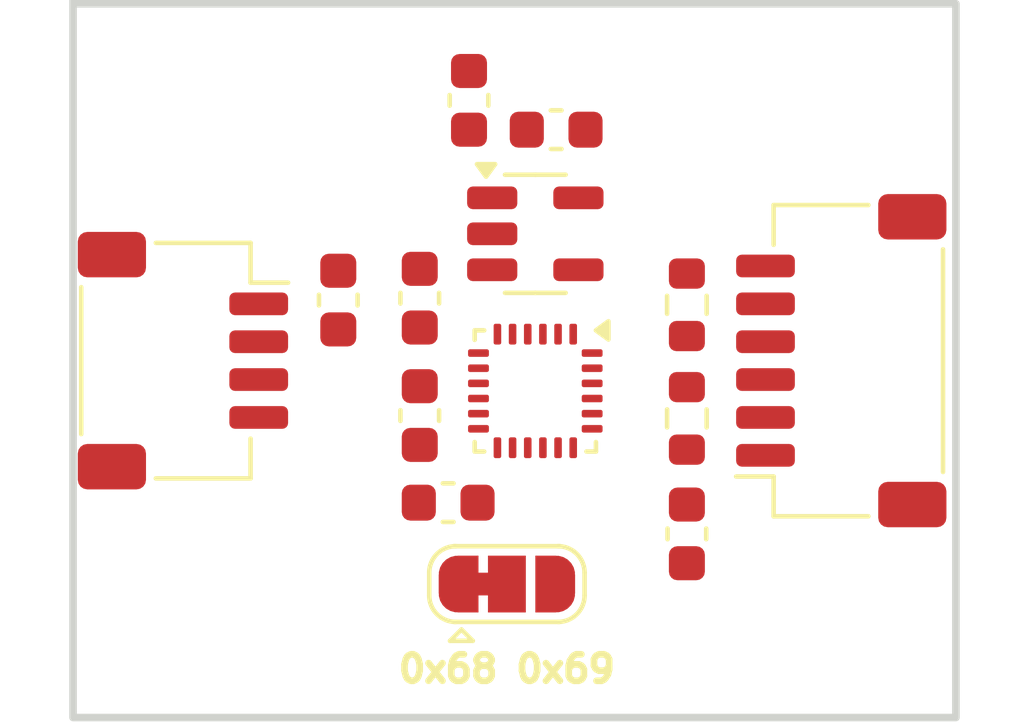
<source format=kicad_pcb>
(kicad_pcb (version 20241229) (generator "pcbnew") (generator_version "9.0")
  (layers (0 "F.Cu" signal) (2 "B.Cu" signal) (13 "F.Paste" user) (15 "B.Paste" user) (5 "F.SilkS" user "F.Silkscreen") (7 "B.SilkS" user "B.Silkscreen") (1 "F.Mask" user) (3 "B.Mask" user) (25 "Edge.Cuts" user))
  (net 0 "")
  (net 1 "+3V3")
  (net 2 "Earth")
  (net 3 "+1V8")
  (net 4 "Net-(U1-REGOUT)")
  (net 5 "/SDA")
  (net 6 "/SCL")
  (net 7 "/INT1")
  (net 8 "/INT2")
  (net 9 "/AD0")
  (footprint "" (layer "F.Cu") (at 153.595 77.375)
    (property "Reference" "" (hide yes))
    (property "Value" "")
    (pad "" np_thru_hole circle (at 0 0) (size 2.2 2.2) (drill 2.2) (layers "*.Cu" "*.Mask"))
  )
  (footprint "" (layer "F.Cu") (at 153.595 63.925)
    (property "Reference" "" (hide yes))
    (property "Value" "")
    (pad "" np_thru_hole circle (at 0 0) (size 2.2 2.2) (drill 2.2) (layers "*.Cu" "*.Mask"))
  )
  (footprint "Sensor_Motion:InvenSense_QFN-24_3x3mm_P0.4mm" (layer "F.Cu") (at 163.45 71.45 -90)
    (property "Reference" "U1" (hide yes))
    (property "Value" "ICM-20948")
    (fp_line (start -1.6 1.6) (end -1.35 1.6) (stroke (width 0.12)) (layer "F.SilkS"))
    (fp_line (start -1.6 1.6) (end -1.6 1.35) (stroke (width 0.12)) (layer "F.SilkS"))
    (fp_line (start 1.6 1.6) (end 1.35 1.6) (stroke (width 0.12)) (layer "F.SilkS"))
    (fp_line (start 1.6 1.6) (end 1.6 1.35) (stroke (width 0.12)) (layer "F.SilkS"))
    (fp_line (start 1.6 -1.6) (end 1.6 -1.35) (stroke (width 0.12)) (layer "F.SilkS"))
    (fp_line (start 1.6 -1.6) (end 1.35 -1.6) (stroke (width 0.12)) (layer "F.SilkS"))
    (fp_poly (pts (xy -1.6 -1.6) (xy -1.84 -1.93) (xy -1.36 -1.93) (xy -1.6 -1.6)) (stroke (width 0.12)) (fill yes) (layer "F.SilkS"))
    (pad "1" smd roundrect (at -1.5 -1 270) (size 0.55 0.2) (layers "F.Cu" "F.Mask" "F.Paste"))
    (pad "2" smd roundrect (at -1.5 -0.6 270) (size 0.55 0.2) (layers "F.Cu" "F.Mask" "F.Paste"))
    (pad "3" smd roundrect (at -1.5 -0.2 270) (size 0.55 0.2) (layers "F.Cu" "F.Mask" "F.Paste"))
    (pad "4" smd roundrect (at -1.5 0.2 270) (size 0.55 0.2) (layers "F.Cu" "F.Mask" "F.Paste"))
    (pad "5" smd roundrect (at -1.5 0.6 270) (size 0.55 0.2) (layers "F.Cu" "F.Mask" "F.Paste"))
    (pad "6" smd roundrect (at -1.5 1 270) (size 0.55 0.2) (layers "F.Cu" "F.Mask" "F.Paste"))
    (pad "7" smd roundrect (at -1 1.5) (size 0.55 0.2) (layers "F.Cu" "F.Mask" "F.Paste"))
    (pad "8" smd roundrect (at -0.6 1.5) (size 0.55 0.2) (layers "F.Cu" "F.Mask" "F.Paste") (net 3 "+1V8"))
    (pad "9" smd roundrect (at -0.2 1.5) (size 0.55 0.2) (layers "F.Cu" "F.Mask" "F.Paste") (net 9 "/AD0"))
    (pad "10" smd roundrect (at 0.2 1.5) (size 0.55 0.2) (layers "F.Cu" "F.Mask" "F.Paste") (net 4 "Net-(U1-REGOUT)"))
    (pad "11" smd roundrect (at 0.6 1.5) (size 0.55 0.2) (layers "F.Cu" "F.Mask" "F.Paste") (net 2 "Earth"))
    (pad "12" smd roundrect (at 1 1.5) (size 0.55 0.2) (layers "F.Cu" "F.Mask" "F.Paste") (net 7 "/INT1"))
    (pad "13" smd roundrect (at 1.5 1 270) (size 0.55 0.2) (layers "F.Cu" "F.Mask" "F.Paste") (net 1 "+3V3"))
    (pad "14" smd roundrect (at 1.5 0.6 270) (size 0.55 0.2) (layers "F.Cu" "F.Mask" "F.Paste"))
    (pad "15" smd roundrect (at 1.5 0.2 270) (size 0.55 0.2) (layers "F.Cu" "F.Mask" "F.Paste"))
    (pad "16" smd roundrect (at 1.5 -0.2 270) (size 0.55 0.2) (layers "F.Cu" "F.Mask" "F.Paste"))
    (pad "17" smd roundrect (at 1.5 -0.6 270) (size 0.55 0.2) (layers "F.Cu" "F.Mask" "F.Paste"))
    (pad "18" smd roundrect (at 1.5 -1 270) (size 0.55 0.2) (layers "F.Cu" "F.Mask" "F.Paste") (net 2 "Earth"))
    (pad "19" smd roundrect (at 1 -1.5) (size 0.55 0.2) (layers "F.Cu" "F.Mask" "F.Paste"))
    (pad "20" smd roundrect (at 0.6 -1.5) (size 0.55 0.2) (layers "F.Cu" "F.Mask" "F.Paste") (net 2 "Earth"))
    (pad "21" smd roundrect (at 0.2 -1.5) (size 0.55 0.2) (layers "F.Cu" "F.Mask" "F.Paste"))
    (pad "22" smd roundrect (at -0.2 -1.5) (size 0.55 0.2) (layers "F.Cu" "F.Mask" "F.Paste"))
    (pad "23" smd roundrect (at -0.6 -1.5) (size 0.55 0.2) (layers "F.Cu" "F.Mask" "F.Paste") (net 6 "/SCL"))
    (pad "24" smd roundrect (at -1 -1.5) (size 0.55 0.2) (layers "F.Cu" "F.Mask" "F.Paste") (net 5 "/SDA"))
  )
  (footprint "Jumper:SolderJumper-3_P1.3mm_Bridged12_RoundedPad1.0x1.5mm" (layer "F.Cu") (at 162.7 76.55)
    (property "Reference" "JP1" (hide yes))
    (property "Value" "I2C Address")
    (fp_poly (pts (xy -0.9 -0.3) (xy -0.4 -0.3) (xy -0.4 0.3) (xy -0.9 0.3)) (fill yes) (layer "F.Cu"))
    (fp_line (start -2.05 0.3) (end -2.05 -0.3) (stroke (width 0.12)) (layer "F.SilkS"))
    (fp_line (start -1.5 1.5) (end -0.9 1.5) (stroke (width 0.12)) (layer "F.SilkS"))
    (fp_line (start -1.4 -1) (end 1.4 -1) (stroke (width 0.12)) (layer "F.SilkS"))
    (fp_line (start -1.2 1.2) (end -1.5 1.5) (stroke (width 0.12)) (layer "F.SilkS"))
    (fp_line (start -1.2 1.2) (end -0.9 1.5) (stroke (width 0.12)) (layer "F.SilkS"))
    (fp_line (start 1.4 1) (end -1.4 1) (stroke (width 0.12)) (layer "F.SilkS"))
    (fp_line (start 2.05 -0.3) (end 2.05 0.3) (stroke (width 0.12)) (layer "F.SilkS"))
    (fp_arc (start -2.05 -0.3) (mid -1.844975 -0.794975) (end -1.35 -1) (stroke (width 0.12)) (layer "F.SilkS"))
    (fp_arc (start -1.35 1) (mid -1.844975 0.794975) (end -2.05 0.3) (stroke (width 0.12)) (layer "F.SilkS"))
    (fp_arc (start 1.35 -1) (mid 1.844975 -0.794975) (end 2.05 -0.3) (stroke (width 0.12)) (layer "F.SilkS"))
    (fp_arc (start 2.05 0.3) (mid 1.844975 0.794975) (end 1.35 1) (stroke (width 0.12)) (layer "F.SilkS"))
    (pad "1" smd custom (at -1.3 0) (size 1 0.5) (layers "F.Cu" "F.Mask") (net 2 "Earth") (options (clearance outline) (anchor rect)) (primitives (gr_circle (center 0 0.25) (end 0.5 0.25) (width 0) (fill yes)) (gr_circle (center 0 -0.25) (end 0.5 -0.25) (width 0) (fill yes)) (gr_poly (pts (xy 0.55 0.75) (xy 0 0.75) (xy 0 -0.75) (xy 0.55 -0.75)) (width 0) (fill yes))))
    (pad "2" smd rect (at 0 0) (size 1 1.5) (layers "F.Cu" "F.Mask") (net 9 "/AD0"))
    (pad "3" smd custom (at 1.3 0) (size 1 0.5) (layers "F.Cu" "F.Mask") (net 3 "+1V8") (options (clearance outline) (anchor rect)) (primitives (gr_circle (center 0 0.25) (end 0.5 0.25) (width 0) (fill yes)) (gr_circle (center 0 -0.25) (end 0.5 -0.25) (width 0) (fill yes)) (gr_poly (pts (xy 0 0.75) (xy -0.55 0.75) (xy -0.55 -0.75) (xy 0 -0.75)) (width 0) (fill yes))))
  )
  (footprint "Capacitor_SMD:C_0603_1608Metric" (layer "F.Cu") (at 164 64.55)
    (property "Reference" "C3" (hide yes))
    (property "Value" "1uF")
    (fp_line (start -0.14058 -0.51) (end 0.14058 -0.51) (stroke (width 0.12)) (layer "F.SilkS"))
    (fp_line (start -0.14058 0.51) (end 0.14058 0.51) (stroke (width 0.12)) (layer "F.SilkS"))
    (pad "1" smd roundrect (at -0.775 0) (size 0.9 0.95) (layers "F.Cu" "F.Mask" "F.Paste") (net 2 "Earth"))
    (pad "2" smd roundrect (at 0.775 0) (size 0.9 0.95) (layers "F.Cu" "F.Mask" "F.Paste") (net 3 "+1V8"))
  )
  (footprint "Capacitor_SMD:C_0603_1608Metric" (layer "F.Cu") (at 161.7 63.775 90)
    (property "Reference" "C4" (hide yes))
    (property "Value" "1uF")
    (fp_line (start -0.14058 -0.51) (end 0.14058 -0.51) (stroke (width 0.12)) (layer "F.SilkS"))
    (fp_line (start -0.14058 0.51) (end 0.14058 0.51) (stroke (width 0.12)) (layer "F.SilkS"))
    (pad "1" smd roundrect (at -0.775 0 90) (size 0.9 0.95) (layers "F.Cu" "F.Mask" "F.Paste") (net 1 "+3V3"))
    (pad "2" smd roundrect (at 0.775 0 90) (size 0.9 0.95) (layers "F.Cu" "F.Mask" "F.Paste") (net 2 "Earth"))
  )
  (footprint "Capacitor_SMD:C_0603_1608Metric" (layer "F.Cu") (at 158.25 69.05 90)
    (property "Reference" "C1" (hide yes))
    (property "Value" "1uF")
    (fp_line (start -0.14058 -0.51) (end 0.14058 -0.51) (stroke (width 0.12)) (layer "F.SilkS"))
    (fp_line (start -0.14058 0.51) (end 0.14058 0.51) (stroke (width 0.12)) (layer "F.SilkS"))
    (pad "1" smd roundrect (at -0.775 0 90) (size 0.9 0.95) (layers "F.Cu" "F.Mask" "F.Paste") (net 1 "+3V3"))
    (pad "2" smd roundrect (at 0.775 0 90) (size 0.9 0.95) (layers "F.Cu" "F.Mask" "F.Paste") (net 2 "Earth"))
  )
  (footprint "Package_TO_SOT_SMD:SOT-23-5" (layer "F.Cu") (at 163.45 67.3)
    (property "Reference" "U2" (hide yes))
    (property "Value" "MIC5504-1.8YM5")
    (fp_line (start 0 -1.56) (end -0.8 -1.56) (stroke (width 0.12)) (layer "F.SilkS"))
    (fp_line (start 0 -1.56) (end 0.8 -1.56) (stroke (width 0.12)) (layer "F.SilkS"))
    (fp_line (start 0 1.56) (end -0.8 1.56) (stroke (width 0.12)) (layer "F.SilkS"))
    (fp_line (start 0 1.56) (end 0.8 1.56) (stroke (width 0.12)) (layer "F.SilkS"))
    (fp_poly (pts (xy -1.3 -1.51) (xy -1.54 -1.84) (xy -1.06 -1.84) (xy -1.3 -1.51)) (stroke (width 0.12)) (fill yes) (layer "F.SilkS"))
    (pad "1" smd roundrect (at -1.1375 -0.95) (size 1.325 0.6) (layers "F.Cu" "F.Mask" "F.Paste") (net 1 "+3V3"))
    (pad "2" smd roundrect (at -1.1375 0) (size 1.325 0.6) (layers "F.Cu" "F.Mask" "F.Paste") (net 2 "Earth"))
    (pad "3" smd roundrect (at -1.1375 0.95) (size 1.325 0.6) (layers "F.Cu" "F.Mask" "F.Paste"))
    (pad "4" smd roundrect (at 1.1375 0.95) (size 1.325 0.6) (layers "F.Cu" "F.Mask" "F.Paste"))
    (pad "5" smd roundrect (at 1.1375 -0.95) (size 1.325 0.6) (layers "F.Cu" "F.Mask" "F.Paste") (net 3 "+1V8"))
  )
  (footprint "Connector_JST:JST_SH_SM06B-SRSS-TB_1x06-1MP_P1.00mm_Horizontal" (layer "F.Cu") (at 171.525 70.65 90)
    (property "Reference" "J10" (hide yes))
    (property "Value" "IMU Connection")
    (fp_line (start 4.11 -1.785) (end 3.06 -1.785) (stroke (width 0.12)) (layer "F.SilkS"))
    (fp_line (start -3.06 -1.785) (end -3.06 -2.775) (stroke (width 0.12)) (layer "F.SilkS"))
    (fp_line (start -4.11 -1.785) (end -3.06 -1.785) (stroke (width 0.12)) (layer "F.SilkS"))
    (fp_line (start 4.11 0.715) (end 4.11 -1.785) (stroke (width 0.12)) (layer "F.SilkS"))
    (fp_line (start -4.11 0.715) (end -4.11 -1.785) (stroke (width 0.12)) (layer "F.SilkS"))
    (fp_line (start -2.94 2.685) (end 2.94 2.685) (stroke (width 0.12)) (layer "F.SilkS"))
    (pad "1" smd roundrect (at -2.5 -2 90) (size 0.6 1.55) (layers "F.Cu" "F.Mask" "F.Paste") (net 2 "Earth"))
    (pad "2" smd roundrect (at -1.5 -2 90) (size 0.6 1.55) (layers "F.Cu" "F.Mask" "F.Paste") (net 1 "+3V3"))
    (pad "3" smd roundrect (at -0.5 -2 90) (size 0.6 1.55) (layers "F.Cu" "F.Mask" "F.Paste") (net 5 "/SDA"))
    (pad "4" smd roundrect (at 0.5 -2 90) (size 0.6 1.55) (layers "F.Cu" "F.Mask" "F.Paste") (net 6 "/SCL"))
    (pad "5" smd roundrect (at 1.5 -2 90) (size 0.6 1.55) (layers "F.Cu" "F.Mask" "F.Paste") (net 7 "/INT1"))
    (pad "6" smd roundrect (at 2.5 -2 90) (size 0.6 1.55) (layers "F.Cu" "F.Mask" "F.Paste") (net 8 "/INT2"))
    (pad "MP" smd roundrect (at -3.8 1.875 90) (size 1.2 1.8) (layers "F.Cu" "F.Mask" "F.Paste") (roundrect_rratio 0.208333))
    (pad "MP" smd roundrect (at 3.8 1.875 90) (size 1.2 1.8) (layers "F.Cu" "F.Mask" "F.Paste") (roundrect_rratio 0.208333))
  )
  (footprint "Connector_JST:JST_SH_SM04B-SRSS-TB_1x04-1MP_P1.00mm_Horizontal" (layer "F.Cu") (at 154.15 70.65 -90)
    (property "Reference" "J5" (hide yes))
    (property "Value" "Qwicc")
    (fp_line (start -1.94 2.685) (end 1.94 2.685) (stroke (width 0.12)) (layer "F.SilkS"))
    (fp_line (start -3.11 0.715) (end -3.11 -1.785) (stroke (width 0.12)) (layer "F.SilkS"))
    (fp_line (start 3.11 0.715) (end 3.11 -1.785) (stroke (width 0.12)) (layer "F.SilkS"))
    (fp_line (start -3.11 -1.785) (end -2.06 -1.785) (stroke (width 0.12)) (layer "F.SilkS"))
    (fp_line (start -2.06 -1.785) (end -2.06 -2.775) (stroke (width 0.12)) (layer "F.SilkS"))
    (fp_line (start 3.11 -1.785) (end 2.06 -1.785) (stroke (width 0.12)) (layer "F.SilkS"))
    (pad "1" smd roundrect (at -1.5 -2 270) (size 0.6 1.55) (layers "F.Cu" "F.Mask" "F.Paste") (net 2 "Earth"))
    (pad "2" smd roundrect (at -0.5 -2 270) (size 0.6 1.55) (layers "F.Cu" "F.Mask" "F.Paste") (net 1 "+3V3"))
    (pad "3" smd roundrect (at 0.5 -2 270) (size 0.6 1.55) (layers "F.Cu" "F.Mask" "F.Paste") (net 5 "/SDA"))
    (pad "4" smd roundrect (at 1.5 -2 270) (size 0.6 1.55) (layers "F.Cu" "F.Mask" "F.Paste") (net 6 "/SCL"))
    (pad "MP" smd roundrect (at -2.8 1.875 270) (size 1.2 1.8) (layers "F.Cu" "F.Mask" "F.Paste") (roundrect_rratio 0.208333))
    (pad "MP" smd roundrect (at 2.8 1.875 270) (size 1.2 1.8) (layers "F.Cu" "F.Mask" "F.Paste") (roundrect_rratio 0.208333))
  )
  (footprint "Capacitor_SMD:C_0603_1608Metric" (layer "F.Cu") (at 167.45 75.225 -90)
    (property "Reference" "C2" (hide yes))
    (property "Value" "1uF")
    (fp_line (start -0.14058 0.51) (end 0.14058 0.51) (stroke (width 0.12)) (layer "F.SilkS"))
    (fp_line (start -0.14058 -0.51) (end 0.14058 -0.51) (stroke (width 0.12)) (layer "F.SilkS"))
    (pad "1" smd roundrect (at -0.775 0 270) (size 0.9 0.95) (layers "F.Cu" "F.Mask" "F.Paste") (net 1 "+3V3"))
    (pad "2" smd roundrect (at 0.775 0 270) (size 0.9 0.95) (layers "F.Cu" "F.Mask" "F.Paste") (net 2 "Earth"))
  )
  (footprint "" (layer "F.Cu") (at 172.18 63.925)
    (property "Reference" "" (hide yes))
    (property "Value" "")
    (pad "" np_thru_hole circle (at 0 0) (size 2.2 2.2) (drill 2.2) (layers "*.Cu" "*.Mask"))
  )
  (footprint "Capacitor_SMD:C_0603_1608Metric" (layer "F.Cu") (at 161.15 74.4 180)
    (property "Reference" "C5" (hide yes))
    (property "Value" "100nF")
    (fp_line (start -0.14058 0.51) (end 0.14058 0.51) (stroke (width 0.12)) (layer "F.SilkS"))
    (fp_line (start -0.14058 -0.51) (end 0.14058 -0.51) (stroke (width 0.12)) (layer "F.SilkS"))
    (pad "1" smd roundrect (at -0.775 0 180) (size 0.9 0.95) (layers "F.Cu" "F.Mask" "F.Paste") (net 1 "+3V3"))
    (pad "2" smd roundrect (at 0.775 0 180) (size 0.9 0.95) (layers "F.Cu" "F.Mask" "F.Paste") (net 2 "Earth"))
  )
  (footprint "Capacitor_SMD:C_0603_1608Metric" (layer "F.Cu") (at 160.4 72.1 90)
    (property "Reference" "C7" (hide yes))
    (property "Value" "100nF")
    (fp_line (start -0.14058 -0.51) (end 0.14058 -0.51) (stroke (width 0.12)) (layer "F.SilkS"))
    (fp_line (start -0.14058 0.51) (end 0.14058 0.51) (stroke (width 0.12)) (layer "F.SilkS"))
    (pad "1" smd roundrect (at -0.775 0 90) (size 0.9 0.95) (layers "F.Cu" "F.Mask" "F.Paste") (net 2 "Earth"))
    (pad "2" smd roundrect (at 0.775 0 90) (size 0.9 0.95) (layers "F.Cu" "F.Mask" "F.Paste") (net 4 "Net-(U1-REGOUT)"))
  )
  (footprint "" (layer "F.Cu") (at 172.18 77.375)
    (property "Reference" "" (hide yes))
    (property "Value" "")
    (pad "" np_thru_hole circle (at 0 0) (size 2.2 2.2) (drill 2.2) (layers "*.Cu" "*.Mask"))
  )
  (footprint "Resistor_SMD:R_0603_1608Metric" (layer "F.Cu") (at 167.45 69.175 -90)
    (property "Reference" "R2" (hide yes))
    (property "Value" "4.7k")
    (fp_line (start -0.237258 0.5225) (end 0.237258 0.5225) (stroke (width 0.12)) (layer "F.SilkS"))
    (fp_line (start -0.237258 -0.5225) (end 0.237258 -0.5225) (stroke (width 0.12)) (layer "F.SilkS"))
    (pad "1" smd roundrect (at -0.825 0 270) (size 0.8 0.95) (layers "F.Cu" "F.Mask" "F.Paste") (net 1 "+3V3"))
    (pad "2" smd roundrect (at 0.825 0 270) (size 0.8 0.95) (layers "F.Cu" "F.Mask" "F.Paste") (net 6 "/SCL"))
  )
  (footprint "Capacitor_SMD:C_0603_1608Metric" (layer "F.Cu") (at 160.4 69 90)
    (property "Reference" "C6" (hide yes))
    (property "Value" "100nF")
    (fp_line (start -0.14058 -0.51) (end 0.14058 -0.51) (stroke (width 0.12)) (layer "F.SilkS"))
    (fp_line (start -0.14058 0.51) (end 0.14058 0.51) (stroke (width 0.12)) (layer "F.SilkS"))
    (pad "1" smd roundrect (at -0.775 0 90) (size 0.9 0.95) (layers "F.Cu" "F.Mask" "F.Paste") (net 3 "+1V8"))
    (pad "2" smd roundrect (at 0.775 0 90) (size 0.9 0.95) (layers "F.Cu" "F.Mask" "F.Paste") (net 2 "Earth"))
  )
  (footprint "Resistor_SMD:R_0603_1608Metric" (layer "F.Cu") (at 167.45 72.175 90)
    (property "Reference" "R1" (hide yes))
    (property "Value" "4.7k")
    (fp_line (start -0.237258 -0.5225) (end 0.237258 -0.5225) (stroke (width 0.12)) (layer "F.SilkS"))
    (fp_line (start -0.237258 0.5225) (end 0.237258 0.5225) (stroke (width 0.12)) (layer "F.SilkS"))
    (pad "1" smd roundrect (at -0.825 0 90) (size 0.8 0.95) (layers "F.Cu" "F.Mask" "F.Paste") (net 1 "+3V3"))
    (pad "2" smd roundrect (at 0.825 0 90) (size 0.8 0.95) (layers "F.Cu" "F.Mask" "F.Paste") (net 5 "/SDA"))
  )
  (gr_rect (start 151.25 61.225) (end 174.55 80.075) (stroke (width 0.2)) (fill no) (layer "Edge.Cuts"))
  (gr_text "0x68 0x69" (at 159.75 79.2 0) (layer "F.SilkS") (effects (font (size 0.7 0.7) (thickness 0.175) (bold yes)) (justify left bottom)))
)
</source>
